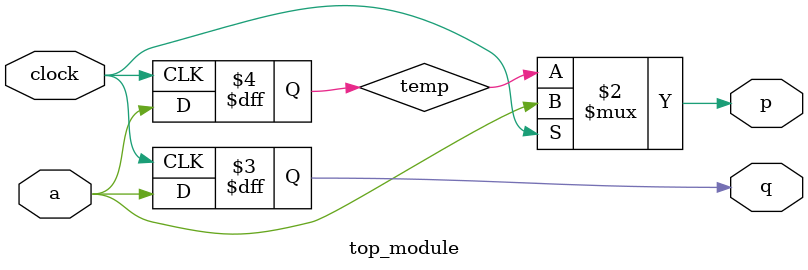
<source format=v>
module top_module (
    input clock,
    input a,
    output p,
    output q );

    reg temp;
    always @(negedge clock) begin
        temp <= a;
        q <= a;
    end

    assign p = clock ? a : temp;

endmodule

</source>
